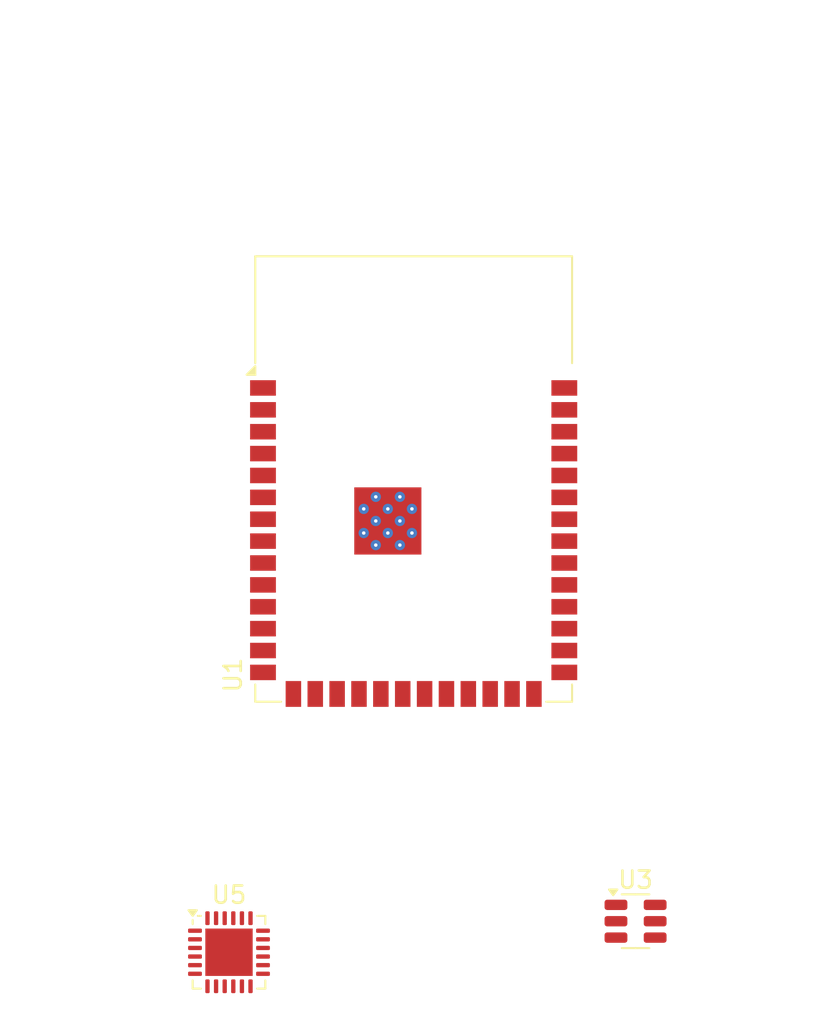
<source format=kicad_pcb>
(kicad_pcb (version 20241229) (generator "pcbnew") (generator_version "9.0")
  (layers (0 "F.Cu" signal) (2 "B.Cu" signal) (13 "F.Paste" user) (15 "B.Paste" user) (5 "F.SilkS" user "F.Silkscreen") (7 "B.SilkS" user "B.Silkscreen") (1 "F.Mask" user) (3 "B.Mask" user) (25 "Edge.Cuts" user))
  (net 0 "")
  (net 4 "GND")
  (net 6 "+3.3V")
  (net 21 "EN")
  (net 23 "D-")
  (net 33 "D+")
  (net 39 "BOOT")
  (net 40 "VBUS")
  (net 41 "Net-(U3-SW)")
  (net 42 "Net-(U3-BST)")
  (net 43 "+5V")
  (net 47 "VDD")
  (net 52 "Net-(U5-FLIP)")
  (net 54 "VCC")
  (net 55 "/CC2")
  (net 56 "Net-(U5-VBUS_FET_EN)")
  (net 57 "/CC1")
  (net 60 "+20V")
  (footprint "Package_TO_SOT_SMD:TSOT-23-6" (layer "F.Cu") (at 185.6375 109.45)
    (property "Reference" "U3" (at 0 -2.4 0) (layer "F.SilkS"))
    (property "Value" "AP63205WU")
    (fp_line (start 0 -1.56) (end -0.8 -1.56) (stroke (width 0.12)) (layer "F.SilkS"))
    (fp_line (start 0 -1.56) (end 0.8 -1.56) (stroke (width 0.12)) (layer "F.SilkS"))
    (fp_line (start 0 1.56) (end -0.8 1.56) (stroke (width 0.12)) (layer "F.SilkS"))
    (fp_line (start 0 1.56) (end 0.8 1.56) (stroke (width 0.12)) (layer "F.SilkS"))
    (fp_poly (pts (xy -1.3 -1.51) (xy -1.54 -1.84) (xy -1.06 -1.84)) (stroke (width 0.12)) (fill yes) (layer "F.SilkS"))
    (pad "1" smd roundrect (at -1.1375 -0.95) (size 1.325 0.6) (layers "F.Cu" "F.Mask" "F.Paste") (net 43 "+5V"))
    (pad "2" smd roundrect (at -1.1375 0) (size 1.325 0.6) (layers "F.Cu" "F.Mask" "F.Paste") (net 40 "VBUS"))
    (pad "3" smd roundrect (at -1.1375 0.95) (size 1.325 0.6) (layers "F.Cu" "F.Mask" "F.Paste") (net 40 "VBUS"))
    (pad "4" smd roundrect (at 1.1375 0.95) (size 1.325 0.6) (layers "F.Cu" "F.Mask" "F.Paste") (net 4 "GND"))
    (pad "5" smd roundrect (at 1.1375 0) (size 1.325 0.6) (layers "F.Cu" "F.Mask" "F.Paste") (net 41 "Net-(U3-SW)"))
    (pad "6" smd roundrect (at 1.1375 -0.95) (size 1.325 0.6) (layers "F.Cu" "F.Mask" "F.Paste") (net 42 "Net-(U3-BST)"))
  )
  (footprint "Package_DFN_QFN:QFN-24-1EP_4x4mm_P0.5mm_EP2.75x2.75mm" (layer "F.Cu") (at 162.025 111.25)
    (property "Reference" "U5" (at 0 -3.33 0) (layer "F.SilkS"))
    (property "Value" "CYPD3177-24LQ")
    (fp_line (start -2.11 -1.635) (end -2.11 -1.87) (stroke (width 0.12)) (layer "F.SilkS"))
    (fp_line (start -2.11 2.11) (end -2.11 1.635) (stroke (width 0.12)) (layer "F.SilkS"))
    (fp_line (start -1.635 -2.11) (end -1.81 -2.11) (stroke (width 0.12)) (layer "F.SilkS"))
    (fp_line (start -1.635 2.11) (end -2.11 2.11) (stroke (width 0.12)) (layer "F.SilkS"))
    (fp_line (start 1.635 -2.11) (end 2.11 -2.11) (stroke (width 0.12)) (layer "F.SilkS"))
    (fp_line (start 1.635 2.11) (end 2.11 2.11) (stroke (width 0.12)) (layer "F.SilkS"))
    (fp_line (start 2.11 -2.11) (end 2.11 -1.635) (stroke (width 0.12)) (layer "F.SilkS"))
    (fp_line (start 2.11 2.11) (end 2.11 1.635) (stroke (width 0.12)) (layer "F.SilkS"))
    (fp_poly (pts (xy -2.11 -2.11) (xy -2.35 -2.44) (xy -1.87 -2.44)) (stroke (width 0.12)) (fill yes) (layer "F.SilkS"))
    (pad "1" smd roundrect (at -1.975 -1.25) (size 0.8 0.25) (layers "F.Cu" "F.Mask" "F.Paste") (net 6 "+3.3V"))
    (pad "2" smd roundrect (at -1.975 -0.75) (size 0.8 0.25) (layers "F.Cu" "F.Mask" "F.Paste") (net 6 "+3.3V"))
    (pad "3" smd roundrect (at -1.975 -0.25) (size 0.8 0.25) (layers "F.Cu" "F.Mask" "F.Paste") (net 56 "Net-(U5-VBUS_FET_EN)"))
    (pad "4" smd roundrect (at -1.975 0.25) (size 0.8 0.25) (layers "F.Cu" "F.Mask" "F.Paste"))
    (pad "5" smd roundrect (at -1.975 0.75) (size 0.8 0.25) (layers "F.Cu" "F.Mask" "F.Paste") (net 6 "+3.3V"))
    (pad "6" smd roundrect (at -1.975 1.25) (size 0.8 0.25) (layers "F.Cu" "F.Mask" "F.Paste") (net 4 "GND"))
    (pad "7" smd roundrect (at -1.25 1.975) (size 0.25 0.8) (layers "F.Cu" "F.Mask" "F.Paste"))
    (pad "8" smd roundrect (at -0.75 1.975) (size 0.25 0.8) (layers "F.Cu" "F.Mask" "F.Paste"))
    (pad "9" smd roundrect (at -0.25 1.975) (size 0.25 0.8) (layers "F.Cu" "F.Mask" "F.Paste"))
    (pad "10" smd roundrect (at 0.25 1.975) (size 0.25 0.8) (layers "F.Cu" "F.Mask" "F.Paste") (net 52 "Net-(U5-FLIP)"))
    (pad "11" smd roundrect (at 0.75 1.975) (size 0.25 0.8) (layers "F.Cu" "F.Mask" "F.Paste") (net 60 "+20V"))
    (pad "12" smd roundrect (at 1.25 1.975) (size 0.25 0.8) (layers "F.Cu" "F.Mask" "F.Paste"))
    (pad "13" smd roundrect (at 1.975 1.25) (size 0.8 0.25) (layers "F.Cu" "F.Mask" "F.Paste"))
    (pad "14" smd roundrect (at 1.975 0.75) (size 0.8 0.25) (layers "F.Cu" "F.Mask" "F.Paste") (net 55 "/CC2"))
    (pad "15" smd roundrect (at 1.975 0.25) (size 0.8 0.25) (layers "F.Cu" "F.Mask" "F.Paste") (net 57 "/CC1"))
    (pad "16" smd roundrect (at 1.975 -0.25) (size 0.8 0.25) (layers "F.Cu" "F.Mask" "F.Paste"))
    (pad "17" smd roundrect (at 1.975 -0.75) (size 0.8 0.25) (layers "F.Cu" "F.Mask" "F.Paste"))
    (pad "18" smd roundrect (at 1.975 -1.25) (size 0.8 0.25) (layers "F.Cu" "F.Mask" "F.Paste") (net 40 "VBUS"))
    (pad "19" smd roundrect (at 1.25 -1.975) (size 0.25 0.8) (layers "F.Cu" "F.Mask" "F.Paste") (net 4 "GND"))
    (pad "20" smd roundrect (at 0.75 -1.975) (size 0.25 0.8) (layers "F.Cu" "F.Mask" "F.Paste"))
    (pad "21" smd roundrect (at 0.25 -1.975) (size 0.25 0.8) (layers "F.Cu" "F.Mask" "F.Paste"))
    (pad "22" smd roundrect (at -0.25 -1.975) (size 0.25 0.8) (layers "F.Cu" "F.Mask" "F.Paste") (net 4 "GND"))
    (pad "23" smd roundrect (at -0.75 -1.975) (size 0.25 0.8) (layers "F.Cu" "F.Mask" "F.Paste") (net 47 "VDD"))
    (pad "24" smd roundrect (at -1.25 -1.975) (size 0.25 0.8) (layers "F.Cu" "F.Mask" "F.Paste") (net 54 "VCC"))
    (pad "25" smd rect (at 0 0) (size 2.75 2.75) (property pad_prop_heatsink) (layers "F.Cu" "F.Mask") (net 4 "GND"))
  )
  (footprint "RF_Module:ESP32-S3-WROOM-1" (layer "F.Cu") (at 172.75 83.76)
    (property "Reference" "U1" (at -10.5 11.4 90) (layer "F.SilkS"))
    (property "Value" "ESP32-S3-WROOM-1")
    (fp_line (start -9.2 -12.9) (end -9.2 -6.7) (stroke (width 0.12)) (layer "F.SilkS"))
    (fp_line (start -9.2 -12.9) (end 9.2 -12.9) (stroke (width 0.12)) (layer "F.SilkS"))
    (fp_line (start -9.2 11.95) (end -9.2 12.95) (stroke (width 0.12)) (layer "F.SilkS"))
    (fp_line (start -9.2 12.95) (end -7.7 12.95) (stroke (width 0.12)) (layer "F.SilkS"))
    (fp_line (start 9.2 -12.9) (end 9.2 -6.7) (stroke (width 0.12)) (layer "F.SilkS"))
    (fp_line (start 9.2 12.95) (end 7.7 12.95) (stroke (width 0.12)) (layer "F.SilkS"))
    (fp_line (start 9.2 12.95) (end 9.2 11.95) (stroke (width 0.12)) (layer "F.SilkS"))
    (fp_poly (pts (xy -9.2 -6.025) (xy -9.7 -6.025) (xy -9.2 -6.525) (xy -9.2 -6.025)) (stroke (width 0.12)) (fill yes) (layer "F.SilkS"))
    (pad "1" smd rect (at -8.75 -5.26) (size 1.5 0.9) (layers "F.Cu" "F.Mask" "F.Paste") (net 4 "GND"))
    (pad "2" smd rect (at -8.75 -3.99) (size 1.5 0.9) (layers "F.Cu" "F.Mask" "F.Paste") (net 6 "+3.3V"))
    (pad "3" smd rect (at -8.75 -2.72) (size 1.5 0.9) (layers "F.Cu" "F.Mask" "F.Paste") (net 21 "EN"))
    (pad "4" smd rect (at -8.75 -1.45) (size 1.5 0.9) (layers "F.Cu" "F.Mask" "F.Paste"))
    (pad "5" smd rect (at -8.75 -0.18) (size 1.5 0.9) (layers "F.Cu" "F.Mask" "F.Paste"))
    (pad "6" smd rect (at -8.75 1.09) (size 1.5 0.9) (layers "F.Cu" "F.Mask" "F.Paste"))
    (pad "7" smd rect (at -8.75 2.36) (size 1.5 0.9) (layers "F.Cu" "F.Mask" "F.Paste"))
    (pad "8" smd rect (at -8.75 3.63) (size 1.5 0.9) (layers "F.Cu" "F.Mask" "F.Paste"))
    (pad "9" smd rect (at -8.75 4.9) (size 1.5 0.9) (layers "F.Cu" "F.Mask" "F.Paste"))
    (pad "10" smd rect (at -8.75 6.17) (size 1.5 0.9) (layers "F.Cu" "F.Mask" "F.Paste"))
    (pad "11" smd rect (at -8.75 7.44) (size 1.5 0.9) (layers "F.Cu" "F.Mask" "F.Paste"))
    (pad "12" smd rect (at -8.75 8.71) (size 1.5 0.9) (layers "F.Cu" "F.Mask" "F.Paste"))
    (pad "13" smd rect (at -8.75 9.98) (size 1.5 0.9) (layers "F.Cu" "F.Mask" "F.Paste") (net 23 "D-"))
    (pad "14" smd rect (at -8.75 11.25 180) (size 1.5 0.9) (layers "F.Cu" "F.Mask" "F.Paste") (net 33 "D+"))
    (pad "15" smd rect (at -6.985 12.5 270) (size 1.5 0.9) (layers "F.Cu" "F.Mask" "F.Paste"))
    (pad "16" smd rect (at -5.715 12.5 270) (size 1.5 0.9) (layers "F.Cu" "F.Mask" "F.Paste"))
    (pad "17" smd rect (at -4.445 12.5 270) (size 1.5 0.9) (layers "F.Cu" "F.Mask" "F.Paste"))
    (pad "18" smd rect (at -3.175 12.5 270) (size 1.5 0.9) (layers "F.Cu" "F.Mask" "F.Paste"))
    (pad "19" smd rect (at -1.905 12.5 270) (size 1.5 0.9) (layers "F.Cu" "F.Mask" "F.Paste"))
    (pad "20" smd rect (at -0.635 12.5 270) (size 1.5 0.9) (layers "F.Cu" "F.Mask" "F.Paste"))
    (pad "21" smd rect (at 0.635 12.5 270) (size 1.5 0.9) (layers "F.Cu" "F.Mask" "F.Paste"))
    (pad "22" smd rect (at 1.905 12.5 270) (size 1.5 0.9) (layers "F.Cu" "F.Mask" "F.Paste"))
    (pad "23" smd rect (at 3.175 12.5 270) (size 1.5 0.9) (layers "F.Cu" "F.Mask" "F.Paste"))
    (pad "24" smd rect (at 4.445 12.5 270) (size 1.5 0.9) (layers "F.Cu" "F.Mask" "F.Paste"))
    (pad "25" smd rect (at 5.715 12.5 270) (size 1.5 0.9) (layers "F.Cu" "F.Mask" "F.Paste"))
    (pad "26" smd rect (at 6.985 12.5 270) (size 1.5 0.9) (layers "F.Cu" "F.Mask" "F.Paste"))
    (pad "27" smd rect (at 8.75 11.25) (size 1.5 0.9) (layers "F.Cu" "F.Mask" "F.Paste") (net 39 "BOOT"))
    (pad "28" smd rect (at 8.75 9.98) (size 1.5 0.9) (layers "F.Cu" "F.Mask" "F.Paste"))
    (pad "29" smd rect (at 8.75 8.71) (size 1.5 0.9) (layers "F.Cu" "F.Mask" "F.Paste"))
    (pad "30" smd rect (at 8.75 7.44) (size 1.5 0.9) (layers "F.Cu" "F.Mask" "F.Paste"))
    (pad "31" smd rect (at 8.75 6.17) (size 1.5 0.9) (layers "F.Cu" "F.Mask" "F.Paste"))
    (pad "32" smd rect (at 8.75 4.9) (size 1.5 0.9) (layers "F.Cu" "F.Mask" "F.Paste"))
    (pad "33" smd rect (at 8.75 3.63) (size 1.5 0.9) (layers "F.Cu" "F.Mask" "F.Paste"))
    (pad "34" smd rect (at 8.75 2.36) (size 1.5 0.9) (layers "F.Cu" "F.Mask" "F.Paste"))
    (pad "35" smd rect (at 8.75 1.09) (size 1.5 0.9) (layers "F.Cu" "F.Mask" "F.Paste"))
    (pad "36" smd rect (at 8.75 -0.18) (size 1.5 0.9) (layers "F.Cu" "F.Mask" "F.Paste"))
    (pad "37" smd rect (at 8.75 -1.45) (size 1.5 0.9) (layers "F.Cu" "F.Mask" "F.Paste"))
    (pad "38" smd rect (at 8.75 -2.72) (size 1.5 0.9) (layers "F.Cu" "F.Mask" "F.Paste"))
    (pad "39" smd rect (at 8.75 -3.99) (size 1.5 0.9) (layers "F.Cu" "F.Mask" "F.Paste"))
    (pad "40" smd rect (at 8.75 -5.26) (size 1.5 0.9) (layers "F.Cu" "F.Mask" "F.Paste") (net 4 "GND"))
    (pad "41" thru_hole circle (at -2.9 1.76 90) (size 0.6 0.6) (drill 0.2) (property pad_prop_heatsink) (layers "*.Cu" "F.Mask") (net 4 "GND"))
    (pad "41" thru_hole circle (at -2.9 3.16) (size 0.6 0.6) (drill 0.2) (property pad_prop_heatsink) (layers "*.Cu" "F.Mask") (net 4 "GND"))
    (pad "41" thru_hole circle (at -2.2 1.06) (size 0.6 0.6) (drill 0.2) (property pad_prop_heatsink) (layers "*.Cu" "F.Mask") (net 4 "GND"))
    (pad "41" thru_hole circle (at -2.2 2.46) (size 0.6 0.6) (drill 0.2) (property pad_prop_heatsink) (layers "*.Cu" "F.Mask") (net 4 "GND"))
    (pad "41" thru_hole circle (at -2.2 3.86) (size 0.6 0.6) (drill 0.2) (property pad_prop_heatsink) (layers "*.Cu" "F.Mask") (net 4 "GND"))
    (pad "41" thru_hole circle (at -1.5 1.76) (size 0.6 0.6) (drill 0.2) (property pad_prop_heatsink) (layers "*.Cu" "F.Mask") (net 4 "GND"))
    (pad "41" smd rect (at -1.5 2.46 270) (size 3.9 3.9) (property pad_prop_heatsink) (layers "F.Cu" "F.Mask") (net 4 "GND"))
    (pad "41" thru_hole circle (at -1.5 3.16) (size 0.6 0.6) (drill 0.2) (property pad_prop_heatsink) (layers "*.Cu" "F.Mask") (net 4 "GND"))
    (pad "41" thru_hole circle (at -0.8 1.06) (size 0.6 0.6) (drill 0.2) (property pad_prop_heatsink) (layers "*.Cu" "F.Mask") (net 4 "GND"))
    (pad "41" thru_hole circle (at -0.8 2.46) (size 0.6 0.6) (drill 0.2) (property pad_prop_heatsink) (layers "*.Cu" "F.Mask") (net 4 "GND"))
    (pad "41" thru_hole circle (at -0.8 3.86) (size 0.6 0.6) (drill 0.2) (property pad_prop_heatsink) (layers "*.Cu" "F.Mask") (net 4 "GND"))
    (pad "41" thru_hole circle (at -0.1 1.76) (size 0.6 0.6) (drill 0.2) (property pad_prop_heatsink) (layers "*.Cu" "F.Mask") (net 4 "GND"))
    (pad "41" thru_hole circle (at -0.1 3.16) (size 0.6 0.6) (drill 0.2) (property pad_prop_heatsink) (layers "*.Cu" "F.Mask") (net 4 "GND"))
  )
)
</source>
